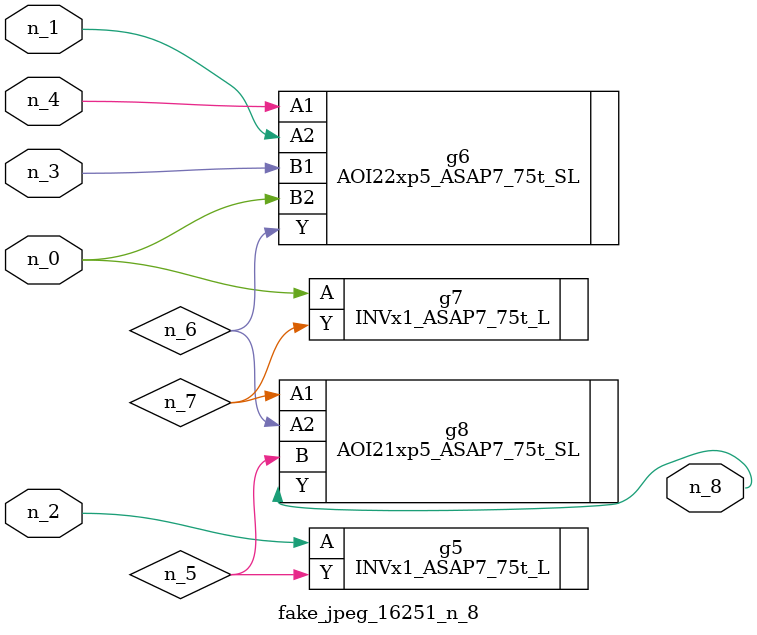
<source format=v>
module fake_jpeg_16251_n_8 (n_3, n_2, n_1, n_0, n_4, n_8);

input n_3;
input n_2;
input n_1;
input n_0;
input n_4;

output n_8;

wire n_6;
wire n_5;
wire n_7;

INVx1_ASAP7_75t_L g5 ( 
.A(n_2),
.Y(n_5)
);

AOI22xp5_ASAP7_75t_SL g6 ( 
.A1(n_4),
.A2(n_1),
.B1(n_3),
.B2(n_0),
.Y(n_6)
);

INVx1_ASAP7_75t_L g7 ( 
.A(n_0),
.Y(n_7)
);

AOI21xp5_ASAP7_75t_SL g8 ( 
.A1(n_7),
.A2(n_6),
.B(n_5),
.Y(n_8)
);


endmodule
</source>
